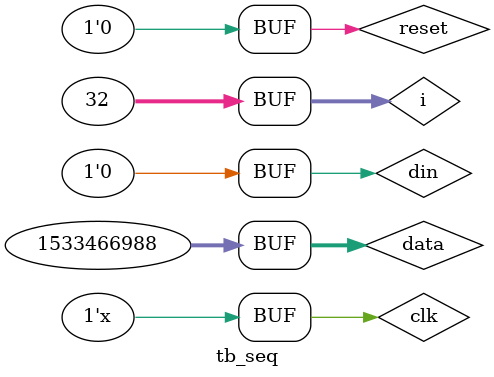
<source format=v>
`timescale 1ns / 1ps
module seq_11011_detect(clk,reset,din,y
    );
	 input clk,din,reset;
	 output reg y;
	 reg [2:0] cst,nst;
	 parameter s0=3'b000,s1=3'b001,s2=3'b010,s3=3'b011,s4=3'b100;
	 always @(posedge clk)
	   begin
		  if(reset==1'b1) 
		   cst<=s0;
		  else
		    cst<=nst;
		  end
		
	always @(din or cst)
	begin
	   case(cst)
		 s0: begin
		       if(din==1'b1)
				   begin
					  nst=s1;
					  y=1'b0;
					 end
					else
					 begin
					  nst=s0;
					  y=1'b0;
					 end
				end
		 s1: begin
		       if(din==1'b1)
				   begin
					  nst=s2;
					  y=1'b0;
					 end
					else
					 begin
					  nst=s0;
					  y=1'b0;
					 end
				end
		 s2: begin
		       if(din==1'b0)
				   begin
					  nst=s3;
					  y=1'b0;
					 end
					else
					 begin
					  nst=s2;
					  y=1'b0;
					 end
				end
		 s3: begin
		       if(din==1'b1)
				   begin
					  nst=s4;
					  y=1'b0;
					 end
					else
					 begin
					  nst=s0;
					  y=1'b0;
					 end
				end
		 s4: begin
		       if(din==1'b1)
				   begin
					  nst=s2;
					  y=1'b1;
					 end
					else
					 begin
					  nst=s0;
					  y=1'b0;
					 end
				end
		endcase
	end
	
				
	 


endmodule

module tb_seq;

	// Inputs
	reg clk;
	reg reset;
	reg din;
   reg [31:0]data;
	// Outputs
	wire y;
   integer i;
	// Instantiate the Unit Under Test (UUT)
	seq_11011_detect uut (
		.clk(clk), 
		.reset(reset), 
		.din(din), 
		.y(y)
	);

	initial 
	   begin
		  clk=1'b0;
		  reset=1'b1;#15
		  reset=1'b0;
		 end
	always #5 clk=~clk;
	initial 
	  begin
	    data=32'b01011011011001101101100101101100;
		 #15;
	    for(i=0;i<32;i=i+1)
		  begin
		    din=data[31-i];#10;
			end
		   
		end

      
endmodule

</source>
